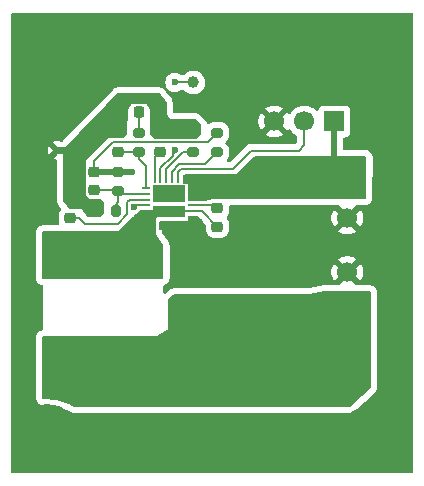
<source format=gbr>
%TF.GenerationSoftware,KiCad,Pcbnew,9.0.5*%
%TF.CreationDate,2025-10-20T16:26:15+05:30*%
%TF.ProjectId,adp2384,61647032-3338-4342-9e6b-696361645f70,A1*%
%TF.SameCoordinates,Original*%
%TF.FileFunction,Copper,L1,Top*%
%TF.FilePolarity,Positive*%
%FSLAX46Y46*%
G04 Gerber Fmt 4.6, Leading zero omitted, Abs format (unit mm)*
G04 Created by KiCad (PCBNEW 9.0.5) date 2025-10-20 16:26:15*
%MOMM*%
%LPD*%
G01*
G04 APERTURE LIST*
G04 Aperture macros list*
%AMRoundRect*
0 Rectangle with rounded corners*
0 $1 Rounding radius*
0 $2 $3 $4 $5 $6 $7 $8 $9 X,Y pos of 4 corners*
0 Add a 4 corners polygon primitive as box body*
4,1,4,$2,$3,$4,$5,$6,$7,$8,$9,$2,$3,0*
0 Add four circle primitives for the rounded corners*
1,1,$1+$1,$2,$3*
1,1,$1+$1,$4,$5*
1,1,$1+$1,$6,$7*
1,1,$1+$1,$8,$9*
0 Add four rect primitives between the rounded corners*
20,1,$1+$1,$2,$3,$4,$5,0*
20,1,$1+$1,$4,$5,$6,$7,0*
20,1,$1+$1,$6,$7,$8,$9,0*
20,1,$1+$1,$8,$9,$2,$3,0*%
%AMFreePoly0*
4,1,5,1.350000,-0.538000,-1.350000,-0.538000,-1.350000,0.412000,1.350000,0.412000,1.350000,-0.538000,1.350000,-0.538000,$1*%
%AMFreePoly1*
4,1,5,1.350000,-0.762000,-1.350000,-0.762000,-1.350000,0.638000,1.350000,0.638000,1.350000,-0.762000,1.350000,-0.762000,$1*%
G04 Aperture macros list end*
%TA.AperFunction,Conductor*%
%ADD10C,0.200000*%
%TD*%
%TA.AperFunction,EtchedComponent*%
%ADD11C,0.000000*%
%TD*%
%TA.AperFunction,ConnectorPad*%
%ADD12C,5.600000*%
%TD*%
%TA.AperFunction,ComponentPad*%
%ADD13C,3.600000*%
%TD*%
%TA.AperFunction,SMDPad,CuDef*%
%ADD14RoundRect,0.250000X-0.650000X0.325000X-0.650000X-0.325000X0.650000X-0.325000X0.650000X0.325000X0*%
%TD*%
%TA.AperFunction,SMDPad,CuDef*%
%ADD15FreePoly0,0.000000*%
%TD*%
%TA.AperFunction,SMDPad,CuDef*%
%ADD16FreePoly1,0.000000*%
%TD*%
%TA.AperFunction,SMDPad,CuDef*%
%ADD17R,0.250000X0.799999*%
%TD*%
%TA.AperFunction,SMDPad,CuDef*%
%ADD18R,0.799999X0.250000*%
%TD*%
%TA.AperFunction,SMDPad,CuDef*%
%ADD19RoundRect,0.225000X-0.250000X0.225000X-0.250000X-0.225000X0.250000X-0.225000X0.250000X0.225000X0*%
%TD*%
%TA.AperFunction,ComponentPad*%
%ADD20C,1.700000*%
%TD*%
%TA.AperFunction,ComponentPad*%
%ADD21R,1.700000X1.700000*%
%TD*%
%TA.AperFunction,SMDPad,CuDef*%
%ADD22RoundRect,0.225000X0.250000X-0.225000X0.250000X0.225000X-0.250000X0.225000X-0.250000X-0.225000X0*%
%TD*%
%TA.AperFunction,SMDPad,CuDef*%
%ADD23RoundRect,0.200000X0.200000X0.275000X-0.200000X0.275000X-0.200000X-0.275000X0.200000X-0.275000X0*%
%TD*%
%TA.AperFunction,SMDPad,CuDef*%
%ADD24C,1.000000*%
%TD*%
%TA.AperFunction,SMDPad,CuDef*%
%ADD25RoundRect,0.250000X0.650000X-0.325000X0.650000X0.325000X-0.650000X0.325000X-0.650000X-0.325000X0*%
%TD*%
%TA.AperFunction,SMDPad,CuDef*%
%ADD26RoundRect,0.200000X0.275000X-0.200000X0.275000X0.200000X-0.275000X0.200000X-0.275000X-0.200000X0*%
%TD*%
%TA.AperFunction,SMDPad,CuDef*%
%ADD27RoundRect,0.200000X-0.275000X0.200000X-0.275000X-0.200000X0.275000X-0.200000X0.275000X0.200000X0*%
%TD*%
%TA.AperFunction,SMDPad,CuDef*%
%ADD28RoundRect,0.225000X-0.225000X-0.250000X0.225000X-0.250000X0.225000X0.250000X-0.225000X0.250000X0*%
%TD*%
%TA.AperFunction,ComponentPad*%
%ADD29C,0.600000*%
%TD*%
%TA.AperFunction,SMDPad,CuDef*%
%ADD30R,3.251200X2.921000*%
%TD*%
%TA.AperFunction,ViaPad*%
%ADD31C,0.600000*%
%TD*%
%TA.AperFunction,Conductor*%
%ADD32C,0.500000*%
%TD*%
G04 APERTURE END LIST*
D10*
%TO.N,/SW*%
X135838463Y-104613303D02*
X135844133Y-105308400D01*
X133597330Y-105308400D01*
X133400800Y-105470744D01*
X133400800Y-106934000D01*
X134035800Y-107746800D01*
X134035800Y-110540800D01*
X123924278Y-110540800D01*
X123933798Y-106680000D01*
X130327400Y-106680000D01*
X131646417Y-105374550D01*
X132233702Y-104851200D01*
X133200841Y-104851200D01*
X133415281Y-104606227D01*
X135838463Y-104613303D01*
%TA.AperFunction,Conductor*%
G36*
X135838463Y-104613303D02*
G01*
X135844133Y-105308400D01*
X133597330Y-105308400D01*
X133400800Y-105470744D01*
X133400800Y-106934000D01*
X134035800Y-107746800D01*
X134035800Y-110540800D01*
X123924278Y-110540800D01*
X123933798Y-106680000D01*
X130327400Y-106680000D01*
X131646417Y-105374550D01*
X132233702Y-104851200D01*
X133200841Y-104851200D01*
X133415281Y-104606227D01*
X135838463Y-104613303D01*
G37*
%TD.AperFunction*%
%TO.N,VCC_3V3*%
X151638000Y-119797139D02*
X149952000Y-121362694D01*
X126584000Y-121359791D01*
X126155031Y-121155944D01*
X125075151Y-120794035D01*
X123952000Y-120706000D01*
X123939300Y-115570000D01*
X133604000Y-115570000D01*
X134619423Y-114910510D01*
X134620187Y-112420279D01*
X135026426Y-112014000D01*
X146557999Y-112014000D01*
X147828000Y-111760000D01*
X151638000Y-111760000D01*
X151638000Y-119797139D01*
%TA.AperFunction,Conductor*%
G36*
X151638000Y-119797139D02*
G01*
X149952000Y-121362694D01*
X126584000Y-121359791D01*
X126155031Y-121155944D01*
X125075151Y-120794035D01*
X123952000Y-120706000D01*
X123939300Y-115570000D01*
X133604000Y-115570000D01*
X134619423Y-114910510D01*
X134620187Y-112420279D01*
X135026426Y-112014000D01*
X146557999Y-112014000D01*
X147828000Y-111760000D01*
X151638000Y-111760000D01*
X151638000Y-119797139D01*
G37*
%TD.AperFunction*%
%TO.N,GND*%
X137414000Y-105714800D02*
X137414000Y-106527600D01*
X134140234Y-106526673D01*
X134010400Y-106375200D01*
X133858000Y-106375200D01*
X133858000Y-105791000D01*
X136271000Y-105791000D01*
X136271000Y-105359200D01*
X136982200Y-105359200D01*
X137414000Y-105714800D01*
%TA.AperFunction,Conductor*%
G36*
X137414000Y-105714800D02*
G01*
X137414000Y-106527600D01*
X134140234Y-106526673D01*
X134010400Y-106375200D01*
X133858000Y-106375200D01*
X133858000Y-105791000D01*
X136271000Y-105791000D01*
X136271000Y-105359200D01*
X136982200Y-105359200D01*
X137414000Y-105714800D01*
G37*
%TD.AperFunction*%
%TO.N,GNDA*%
X134321468Y-95758000D02*
X134334686Y-96746953D01*
X134705657Y-97174992D01*
X136802086Y-97173358D01*
X137236200Y-97572028D01*
X137236200Y-98323400D01*
X136855200Y-98653600D01*
X133375400Y-98653600D01*
X133096000Y-98323400D01*
X133096000Y-96189800D01*
X132719482Y-95732600D01*
X131415769Y-95732600D01*
X131005958Y-96215200D01*
X130992336Y-98330662D01*
X130708400Y-98628200D01*
X129438400Y-98628200D01*
X127482600Y-100584000D01*
X127482600Y-103606600D01*
X127812800Y-103936800D01*
X128752600Y-103936800D01*
X129032000Y-104190800D01*
X129032000Y-105001224D01*
X128727408Y-105291572D01*
X127762000Y-105294186D01*
X127254000Y-104627431D01*
X126218899Y-104633369D01*
X125730000Y-104029436D01*
X125730000Y-99704018D01*
X130276600Y-94996000D01*
X133766664Y-94996000D01*
X134321468Y-95758000D01*
%TA.AperFunction,Conductor*%
G36*
X134321468Y-95758000D02*
G01*
X134334686Y-96746953D01*
X134705657Y-97174992D01*
X136802086Y-97173358D01*
X137236200Y-97572028D01*
X137236200Y-98323400D01*
X136855200Y-98653600D01*
X133375400Y-98653600D01*
X133096000Y-98323400D01*
X133096000Y-96189800D01*
X132719482Y-95732600D01*
X131415769Y-95732600D01*
X131005958Y-96215200D01*
X130992336Y-98330662D01*
X130708400Y-98628200D01*
X129438400Y-98628200D01*
X127482600Y-100584000D01*
X127482600Y-103606600D01*
X127812800Y-103936800D01*
X128752600Y-103936800D01*
X129032000Y-104190800D01*
X129032000Y-105001224D01*
X128727408Y-105291572D01*
X127762000Y-105294186D01*
X127254000Y-104627431D01*
X126218899Y-104633369D01*
X125730000Y-104029436D01*
X125730000Y-99704018D01*
X130276600Y-94996000D01*
X133766664Y-94996000D01*
X134321468Y-95758000D01*
G37*
%TD.AperFunction*%
%TO.N,VIN*%
X151202907Y-103750323D02*
X138307460Y-103787441D01*
X137652893Y-103914441D01*
X136271000Y-103914441D01*
X136271000Y-102598255D01*
X136151972Y-102482041D01*
X135864600Y-102482041D01*
X135864600Y-101875614D01*
X135915767Y-101824802D01*
X140312099Y-101808650D01*
X141859000Y-100330000D01*
X151228347Y-100303628D01*
X151202907Y-103750323D01*
%TA.AperFunction,Conductor*%
G36*
X151202907Y-103750323D02*
G01*
X138307460Y-103787441D01*
X137652893Y-103914441D01*
X136271000Y-103914441D01*
X136271000Y-102598255D01*
X136151972Y-102482041D01*
X135864600Y-102482041D01*
X135864600Y-101875614D01*
X135915767Y-101824802D01*
X140312099Y-101808650D01*
X141859000Y-100330000D01*
X151228347Y-100303628D01*
X151202907Y-103750323D01*
G37*
%TD.AperFunction*%
D11*
%TA.AperFunction,EtchedComponent*%
%TD*%
%TO.C,NT1*%
G36*
X126330000Y-100004018D02*
G01*
X125130000Y-100004018D01*
X125130000Y-99404018D01*
X126330000Y-99404018D01*
X126330000Y-100004018D01*
G37*
%TD.AperFunction*%
D12*
%TO.P,H4,1,1*%
%TO.N,GND*%
X151984000Y-124008000D03*
D13*
X151984000Y-124008000D03*
%TD*%
D14*
%TO.P,C10,2*%
%TO.N,VCC_3V3*%
X136652000Y-113035000D03*
%TO.P,C10,1*%
%TO.N,GND*%
X136652000Y-110085000D03*
%TD*%
D12*
%TO.P,H1,1,1*%
%TO.N,GND*%
X124298000Y-91242000D03*
D13*
X124298000Y-91242000D03*
%TD*%
D15*
%TO.P,U1,26,E_SW*%
%TO.N,/SW*%
X134620000Y-104902000D03*
D16*
%TO.P,U1,25,E_GND*%
%TO.N,GND*%
X134620000Y-103378000D03*
D17*
%TO.P,U1,24,SS*%
%TO.N,/SS*%
X133370000Y-102189999D03*
%TO.P,U1,23,SYNC*%
%TO.N,/SYNC*%
X133869999Y-102189999D03*
%TO.P,U1,22,RT*%
%TO.N,/RT*%
X134370000Y-102189999D03*
%TO.P,U1,21,PGOOD*%
%TO.N,/PG*%
X134870000Y-102189999D03*
%TO.P,U1,20,EN*%
%TO.N,/EN*%
X135370001Y-102189999D03*
%TO.P,U1,19,PVIN*%
%TO.N,VIN*%
X135870000Y-102189999D03*
D18*
%TO.P,U1,18,PVIN*%
X136570001Y-102890000D03*
%TO.P,U1,17,PVIN*%
X136570001Y-103389999D03*
%TO.P,U1,16,PVIN*%
X136570001Y-103890000D03*
%TO.P,U1,15,BST*%
%TO.N,/BST*%
X136570001Y-104390000D03*
%TO.P,U1,14,SW*%
%TO.N,/SW*%
X136570001Y-104890001D03*
%TO.P,U1,13,PGND*%
%TO.N,GND*%
X136570001Y-105390000D03*
D17*
%TO.P,U1,12,PGND*%
X135870000Y-106090001D03*
%TO.P,U1,11,PGND*%
X135370001Y-106090001D03*
%TO.P,U1,10,PGND*%
X134870000Y-106090001D03*
%TO.P,U1,9,PGND*%
X134370000Y-106090001D03*
%TO.P,U1,8,PGND*%
X133869999Y-106090001D03*
%TO.P,U1,7,SW*%
%TO.N,/SW*%
X133370000Y-106090001D03*
D18*
%TO.P,U1,6,SW*%
X132669999Y-105390000D03*
%TO.P,U1,5,SW*%
X132669999Y-104890001D03*
%TO.P,U1,4,GND*%
%TO.N,GNDA*%
X132669999Y-104390000D03*
%TO.P,U1,3,VREG*%
%TO.N,VREG_5V*%
X132669999Y-103890000D03*
%TO.P,U1,2,FB*%
%TO.N,/FB*%
X132669999Y-103389999D03*
%TO.P,U1,1,COMP*%
%TO.N,/COMP*%
X132669999Y-102890000D03*
%TD*%
D19*
%TO.P,C7,2*%
%TO.N,/COMP*%
X130302000Y-99835000D03*
%TO.P,C7,1*%
%TO.N,GNDA*%
X130302000Y-98285000D03*
%TD*%
D20*
%TO.P,J1,2,Pin_2*%
%TO.N,GND*%
X149698000Y-105461000D03*
D21*
%TO.P,J1,1,Pin_1*%
%TO.N,VIN*%
X149698000Y-102921000D03*
%TD*%
D22*
%TO.P,C4,2*%
%TO.N,/BST*%
X138684000Y-104635000D03*
%TO.P,C4,1*%
%TO.N,/SW*%
X138684000Y-106185000D03*
%TD*%
D20*
%TO.P,J3,2,Pin_2*%
%TO.N,GND*%
X149698000Y-110043000D03*
D21*
%TO.P,J3,1,Pin_1*%
%TO.N,VCC_3V3*%
X149698000Y-112583000D03*
%TD*%
D19*
%TO.P,C3,2*%
%TO.N,/SS*%
X133858000Y-99835000D03*
%TO.P,C3,1*%
%TO.N,GNDA*%
X133858000Y-98285000D03*
%TD*%
D23*
%TO.P,R5,2*%
%TO.N,GNDA*%
X128461000Y-104902000D03*
%TO.P,R5,1*%
%TO.N,/FB*%
X130111000Y-104902000D03*
%TD*%
D24*
%TO.P,TP3,1,1*%
%TO.N,/SYNC*%
X136652000Y-93980000D03*
%TD*%
D25*
%TO.P,C1,2*%
%TO.N,VIN*%
X141478000Y-102919000D03*
%TO.P,C1,1*%
%TO.N,GND*%
X141478000Y-105869000D03*
%TD*%
D20*
%TO.P,J2,3,Pin_3*%
%TO.N,GND*%
X143510000Y-97282000D03*
%TO.P,J2,2,Pin_2*%
%TO.N,/EN*%
X146050000Y-97282000D03*
D21*
%TO.P,J2,1,Pin_1*%
%TO.N,VIN*%
X148590000Y-97282000D03*
%TD*%
D26*
%TO.P,R3,2*%
%TO.N,VCC_3V3*%
X138684000Y-98235000D03*
%TO.P,R3,1*%
%TO.N,/PG*%
X138684000Y-99885000D03*
%TD*%
D27*
%TO.P,R4,2*%
%TO.N,/FB*%
X130302000Y-103187000D03*
%TO.P,R4,1*%
%TO.N,VCC_3V3*%
X130302000Y-101537000D03*
%TD*%
D19*
%TO.P,C5,2*%
%TO.N,VREG_5V*%
X126238000Y-105423000D03*
%TO.P,C5,1*%
%TO.N,GNDA*%
X126238000Y-103873000D03*
%TD*%
D26*
%TO.P,R2,2*%
%TO.N,Net-(C6-Pad2)*%
X132080000Y-98235000D03*
%TO.P,R2,1*%
%TO.N,/COMP*%
X132080000Y-99885000D03*
%TD*%
%TO.P,R1,2*%
%TO.N,GNDA*%
X136652000Y-98235000D03*
%TO.P,R1,1*%
%TO.N,/RT*%
X136652000Y-99885000D03*
%TD*%
D12*
%TO.P,H2,1,1*%
%TO.N,GND*%
X151984000Y-91242000D03*
D13*
X151984000Y-91242000D03*
%TD*%
D12*
%TO.P,H3,1,1*%
%TO.N,GND*%
X124298000Y-124008000D03*
D13*
X124298000Y-124008000D03*
%TD*%
D25*
%TO.P,C2,2*%
%TO.N,VIN*%
X145034000Y-102919000D03*
%TO.P,C2,1*%
%TO.N,GND*%
X145034000Y-105869000D03*
%TD*%
D22*
%TO.P,C11,2*%
%TO.N,VCC_3V3*%
X128270000Y-101574000D03*
%TO.P,C11,1*%
%TO.N,/FB*%
X128270000Y-103124000D03*
%TD*%
D28*
%TO.P,C6,2*%
%TO.N,Net-(C6-Pad2)*%
X132067600Y-96520000D03*
%TO.P,C6,1*%
%TO.N,GNDA*%
X130517600Y-96520000D03*
%TD*%
D29*
%TO.P,NT1,1,1*%
%TO.N,GNDA*%
X126330000Y-99704018D03*
%TO.P,NT1,2,2*%
%TO.N,GND*%
X125130000Y-99704018D03*
%TD*%
D14*
%TO.P,C9,2*%
%TO.N,VCC_3V3*%
X140002000Y-113035000D03*
%TO.P,C9,1*%
%TO.N,GND*%
X140002000Y-110085000D03*
%TD*%
D30*
%TO.P,L1,2,2*%
%TO.N,VCC_3V3*%
X129032000Y-117525800D03*
%TO.P,L1,1,1*%
%TO.N,/SW*%
X129032000Y-108966000D03*
%TD*%
D31*
%TO.N,GND*%
X127600000Y-125532000D03*
X122520000Y-97592000D03*
X142840000Y-105212000D03*
X134620000Y-103378000D03*
X122520000Y-100132000D03*
X135347000Y-103053000D03*
X140300000Y-95052000D03*
X153000000Y-100132000D03*
X153000000Y-105212000D03*
X153000000Y-107752000D03*
X142840000Y-89972000D03*
X140300000Y-125532000D03*
X135220000Y-92512000D03*
X147920000Y-92512000D03*
X130140000Y-89972000D03*
X132680000Y-89972000D03*
X145380000Y-122992000D03*
X122520000Y-115372000D03*
X133823000Y-103815000D03*
X135347000Y-103789600D03*
X135220000Y-110292000D03*
X137760000Y-92512000D03*
X153000000Y-110292000D03*
X147920000Y-89972000D03*
X145380000Y-125532000D03*
X153000000Y-97592000D03*
X153000000Y-120452000D03*
X127600000Y-122992000D03*
X122520000Y-117912000D03*
X137760000Y-107752000D03*
X137760000Y-122992000D03*
X145380000Y-89972000D03*
X127600000Y-92512000D03*
X135220000Y-89972000D03*
X127600000Y-95052000D03*
X150460000Y-97592000D03*
X142840000Y-125532000D03*
X137760000Y-89972000D03*
X142840000Y-122992000D03*
X122520000Y-107752000D03*
X132680000Y-92512000D03*
X145380000Y-92512000D03*
X122520000Y-112832000D03*
X140300000Y-122992000D03*
X142840000Y-110292000D03*
X135220000Y-122992000D03*
X125060000Y-95052000D03*
X137760000Y-125532000D03*
X122520000Y-110292000D03*
X140300000Y-97592000D03*
X147920000Y-95052000D03*
X137760000Y-95052000D03*
X150460000Y-95052000D03*
X140300000Y-107752000D03*
X132680000Y-122992000D03*
X153000000Y-115372000D03*
X122520000Y-102672000D03*
X125060000Y-97592000D03*
X127600000Y-89972000D03*
X153000000Y-112832000D03*
X140300000Y-92512000D03*
X137760000Y-110292000D03*
X122520000Y-95052000D03*
X147920000Y-122992000D03*
X150460000Y-107752000D03*
X135220000Y-107752000D03*
X153000000Y-117912000D03*
X147920000Y-125532000D03*
X147920000Y-105212000D03*
X142840000Y-92512000D03*
X153000000Y-102672000D03*
X145380000Y-107752000D03*
X145380000Y-95052000D03*
X147920000Y-110292000D03*
X142840000Y-95052000D03*
X132680000Y-125532000D03*
X122520000Y-105212000D03*
X135220000Y-125532000D03*
X122520000Y-120452000D03*
X130140000Y-125532000D03*
X130140000Y-92512000D03*
X140300000Y-89972000D03*
X130140000Y-122992000D03*
X153000000Y-95052000D03*
X147920000Y-107752000D03*
X133823000Y-103053000D03*
%TO.N,VCC_3V3*%
X131495800Y-101549200D03*
X144618000Y-112882800D03*
%TO.N,/SYNC*%
X135077200Y-99695000D03*
X135077200Y-93980000D03*
%TO.N,GNDA*%
X131664000Y-104555213D03*
X126746000Y-102336600D03*
%TD*%
D10*
%TO.N,GND*%
X154178000Y-122428000D02*
X153670000Y-121920000D01*
D32*
%TO.N,VIN*%
X148590000Y-97282000D02*
X148590000Y-101351000D01*
X148590000Y-101351000D02*
X150114000Y-102875000D01*
D10*
%TO.N,VREG_5V*%
X131064000Y-104140000D02*
X131064000Y-105138064D01*
X127013000Y-105423000D02*
X126238000Y-105423000D01*
X127521000Y-105931000D02*
X127013000Y-105423000D01*
X130271064Y-105931000D02*
X127521000Y-105931000D01*
X131314000Y-103890000D02*
X131064000Y-104140000D01*
X131064000Y-105138064D02*
X130271064Y-105931000D01*
X132669999Y-103890000D02*
X131314000Y-103890000D01*
%TO.N,Net-(C6-Pad2)*%
X132067600Y-96520000D02*
X132067600Y-98222600D01*
%TO.N,VCC_3V3*%
X137859000Y-99060000D02*
X138684000Y-98235000D01*
D32*
X131483600Y-101537000D02*
X131495800Y-101549200D01*
X130302000Y-101537000D02*
X128307000Y-101537000D01*
X130302000Y-101537000D02*
X131483600Y-101537000D01*
D10*
X128270000Y-101574000D02*
X128270000Y-100641890D01*
X128270000Y-100641890D02*
X129851890Y-99060000D01*
X129851890Y-99060000D02*
X137859000Y-99060000D01*
%TO.N,/SS*%
X133370000Y-100323000D02*
X133370000Y-102189999D01*
X133858000Y-99835000D02*
X133370000Y-100323000D01*
%TO.N,/BST*%
X136570001Y-104390000D02*
X138439000Y-104390000D01*
%TO.N,/SW*%
X136570001Y-104890001D02*
X134758999Y-104890001D01*
X137389001Y-104890001D02*
X138684000Y-106185000D01*
X136570001Y-104890001D02*
X137389001Y-104890001D01*
%TO.N,/COMP*%
X132080000Y-100482400D02*
X132669999Y-101072399D01*
X130302000Y-99835000D02*
X132030000Y-99835000D01*
X132669999Y-101072399D02*
X132669999Y-102890000D01*
X132080000Y-99885000D02*
X132080000Y-100482400D01*
%TO.N,/RT*%
X136652000Y-99885000D02*
X135782110Y-99885000D01*
X135782110Y-99885000D02*
X134370000Y-101297110D01*
X134370000Y-101297110D02*
X134370000Y-102189999D01*
%TO.N,/PG*%
X135470471Y-100922430D02*
X134870000Y-101522901D01*
X137646570Y-100922430D02*
X135470471Y-100922430D01*
X134870000Y-101522901D02*
X134870000Y-102189999D01*
X138684000Y-99885000D02*
X137646570Y-100922430D01*
%TO.N,/FB*%
X128270000Y-103124000D02*
X130239000Y-103124000D01*
X130302000Y-104140000D02*
X130302000Y-103187000D01*
X132669999Y-103389999D02*
X130504999Y-103389999D01*
X130111000Y-104331000D02*
X130302000Y-104140000D01*
X130111000Y-104902000D02*
X130111000Y-104331000D01*
%TO.N,/SYNC*%
X133858000Y-102108000D02*
X133858000Y-101242010D01*
X134899400Y-100200610D02*
X134899400Y-99999800D01*
X135077200Y-99822000D02*
X135077200Y-99695000D01*
X134899400Y-99999800D02*
X135077200Y-99822000D01*
X135077200Y-93980000D02*
X136652000Y-93980000D01*
X133858000Y-101242010D02*
X134899400Y-100200610D01*
%TO.N,/EN*%
X141579600Y-99771200D02*
X145567400Y-99771200D01*
X135370001Y-101590000D02*
X135636571Y-101323430D01*
X140027370Y-101323430D02*
X141579600Y-99771200D01*
X146050000Y-99288600D02*
X146050000Y-97282000D01*
X135636571Y-101323430D02*
X140027370Y-101323430D01*
X145567400Y-99771200D02*
X146050000Y-99288600D01*
X135370001Y-102189999D02*
X135370001Y-101590000D01*
%TO.N,GNDA*%
X131804600Y-104390000D02*
X132669999Y-104390000D01*
X131664000Y-104555213D02*
X131704600Y-104514613D01*
X131704600Y-104514613D02*
X131704600Y-104490000D01*
X131704600Y-104490000D02*
X131804600Y-104390000D01*
%TD*%
%TA.AperFunction,Conductor*%
%TO.N,GND*%
G36*
X134137513Y-103084088D02*
G01*
X134137517Y-103084090D01*
X134197127Y-103090499D01*
X134542872Y-103090498D01*
X134602483Y-103084090D01*
X134602486Y-103084088D01*
X134606744Y-103083631D01*
X134633254Y-103083631D01*
X134637514Y-103084088D01*
X134637517Y-103084090D01*
X134697127Y-103090499D01*
X135042872Y-103090498D01*
X135042876Y-103090497D01*
X135042885Y-103090497D01*
X135059071Y-103088756D01*
X135102483Y-103084090D01*
X135102487Y-103084088D01*
X135106742Y-103083631D01*
X135133256Y-103083631D01*
X135137514Y-103084088D01*
X135137518Y-103084090D01*
X135197128Y-103090499D01*
X135541500Y-103090498D01*
X135608539Y-103110182D01*
X135654294Y-103162986D01*
X135665500Y-103214498D01*
X135665500Y-103860500D01*
X135645815Y-103927539D01*
X135593011Y-103973294D01*
X135541500Y-103984500D01*
X133694499Y-103984500D01*
X133687875Y-103982555D01*
X133681078Y-103983772D01*
X133654777Y-103972836D01*
X133627460Y-103964815D01*
X133622939Y-103959598D01*
X133616563Y-103956947D01*
X133600349Y-103933527D01*
X133581705Y-103912011D01*
X133579771Y-103903804D01*
X133576792Y-103899501D01*
X133572520Y-103873029D01*
X133570572Y-103864759D01*
X133570498Y-103862621D01*
X133570498Y-103717128D01*
X133564090Y-103657517D01*
X133563384Y-103655626D01*
X133562994Y-103644255D01*
X133563631Y-103641771D01*
X133563632Y-103626740D01*
X133570498Y-103562879D01*
X133570499Y-103562872D01*
X133570498Y-103217127D01*
X133570498Y-103214498D01*
X133590182Y-103147459D01*
X133642986Y-103101704D01*
X133694498Y-103090498D01*
X133697117Y-103090498D01*
X133697126Y-103090499D01*
X134042871Y-103090498D01*
X134042874Y-103090497D01*
X134042884Y-103090497D01*
X134059070Y-103088756D01*
X134102482Y-103084090D01*
X134102486Y-103084088D01*
X134106741Y-103083631D01*
X134133255Y-103083631D01*
X134137513Y-103084088D01*
G37*
%TD.AperFunction*%
%TA.AperFunction,Conductor*%
G36*
X155184539Y-88084185D02*
G01*
X155230294Y-88136989D01*
X155241500Y-88188500D01*
X155241500Y-126939500D01*
X155221815Y-127006539D01*
X155169011Y-127052294D01*
X155117500Y-127063500D01*
X121366500Y-127063500D01*
X121299461Y-127043815D01*
X121253706Y-126991011D01*
X121242500Y-126939500D01*
X121242500Y-110540791D01*
X123318778Y-110540791D01*
X123318778Y-110540804D01*
X123339409Y-110697513D01*
X123339410Y-110697515D01*
X123399898Y-110843547D01*
X123399899Y-110843549D01*
X123399900Y-110843550D01*
X123496125Y-110968953D01*
X123621528Y-111065178D01*
X123621529Y-111065178D01*
X123621530Y-111065179D01*
X123642915Y-111074037D01*
X123767563Y-111125668D01*
X123831486Y-111134083D01*
X123895381Y-111162349D01*
X123933853Y-111220673D01*
X123939300Y-111257022D01*
X123939300Y-114855826D01*
X123919615Y-114922865D01*
X123866811Y-114968620D01*
X123831790Y-114978725D01*
X123781137Y-114985521D01*
X123781136Y-114985521D01*
X123635259Y-115046369D01*
X123635253Y-115046372D01*
X123510088Y-115142907D01*
X123510087Y-115142908D01*
X123414175Y-115268547D01*
X123414175Y-115268548D01*
X123354046Y-115414731D01*
X123333802Y-115571495D01*
X123346502Y-120707498D01*
X123346502Y-120707502D01*
X123356673Y-120816531D01*
X123405567Y-120966848D01*
X123491699Y-121099387D01*
X123609198Y-121205116D01*
X123609200Y-121205117D01*
X123750061Y-121276834D01*
X123904685Y-121309649D01*
X123904684Y-121309649D01*
X124107604Y-121325554D01*
X124938245Y-121390661D01*
X124967954Y-121396708D01*
X125920988Y-121716106D01*
X125934792Y-121721675D01*
X126324116Y-121906683D01*
X126427212Y-121944640D01*
X126559342Y-121962051D01*
X126583916Y-121965290D01*
X126583917Y-121965290D01*
X126583925Y-121965291D01*
X149951925Y-121968194D01*
X150086958Y-121952962D01*
X150235132Y-121897920D01*
X150364011Y-121806403D01*
X152050011Y-120240848D01*
X152066153Y-120225292D01*
X152162378Y-120099889D01*
X152222868Y-119953854D01*
X152243500Y-119797139D01*
X152243500Y-111760000D01*
X152222868Y-111603285D01*
X152162378Y-111457250D01*
X152066153Y-111331847D01*
X151940750Y-111235622D01*
X151940749Y-111235621D01*
X151940747Y-111235620D01*
X151846344Y-111196517D01*
X151794715Y-111175132D01*
X151775125Y-111172553D01*
X151638007Y-111154500D01*
X151638000Y-111154500D01*
X150507308Y-111154500D01*
X150440269Y-111134815D01*
X150419627Y-111118181D01*
X149827408Y-110525962D01*
X149890993Y-110508925D01*
X150005007Y-110443099D01*
X150098099Y-110350007D01*
X150163925Y-110235993D01*
X150180962Y-110172409D01*
X150813270Y-110804717D01*
X150813270Y-110804716D01*
X150852622Y-110750554D01*
X150949095Y-110561217D01*
X151014757Y-110359130D01*
X151014757Y-110359127D01*
X151048000Y-110149246D01*
X151048000Y-109936753D01*
X151014757Y-109726872D01*
X151014757Y-109726869D01*
X150949095Y-109524782D01*
X150852624Y-109335449D01*
X150813270Y-109281282D01*
X150813269Y-109281282D01*
X150180962Y-109913590D01*
X150163925Y-109850007D01*
X150098099Y-109735993D01*
X150005007Y-109642901D01*
X149890993Y-109577075D01*
X149827409Y-109560037D01*
X150459716Y-108927728D01*
X150405550Y-108888375D01*
X150216217Y-108791904D01*
X150014129Y-108726242D01*
X149804246Y-108693000D01*
X149591754Y-108693000D01*
X149381872Y-108726242D01*
X149381869Y-108726242D01*
X149179782Y-108791904D01*
X148990439Y-108888380D01*
X148936282Y-108927727D01*
X148936282Y-108927728D01*
X149568591Y-109560037D01*
X149505007Y-109577075D01*
X149390993Y-109642901D01*
X149297901Y-109735993D01*
X149232075Y-109850007D01*
X149215037Y-109913591D01*
X148582728Y-109281282D01*
X148582727Y-109281282D01*
X148543380Y-109335439D01*
X148446904Y-109524782D01*
X148381242Y-109726869D01*
X148381242Y-109726872D01*
X148348000Y-109936753D01*
X148348000Y-110149246D01*
X148381242Y-110359127D01*
X148381242Y-110359130D01*
X148446904Y-110561217D01*
X148543375Y-110750550D01*
X148582728Y-110804716D01*
X149215037Y-110172408D01*
X149232075Y-110235993D01*
X149297901Y-110350007D01*
X149390993Y-110443099D01*
X149505007Y-110508925D01*
X149568591Y-110525962D01*
X148976373Y-111118181D01*
X148915050Y-111151666D01*
X148888692Y-111154500D01*
X147828000Y-111154500D01*
X147743180Y-111162898D01*
X147709250Y-111166258D01*
X147709249Y-111166258D01*
X146510081Y-111406092D01*
X146485763Y-111408500D01*
X135026385Y-111408500D01*
X134869684Y-111429139D01*
X134869683Y-111429139D01*
X134723649Y-111489637D01*
X134723646Y-111489639D01*
X134598260Y-111585860D01*
X134598253Y-111585866D01*
X134336385Y-111847760D01*
X134275064Y-111881248D01*
X134205372Y-111876267D01*
X134149436Y-111834398D01*
X134125016Y-111768935D01*
X134124700Y-111760083D01*
X134124700Y-111236611D01*
X134144385Y-111169572D01*
X134197189Y-111123817D01*
X134201217Y-111122063D01*
X134338545Y-111065180D01*
X134338546Y-111065180D01*
X134338546Y-111065179D01*
X134338550Y-111065178D01*
X134463953Y-110968953D01*
X134560178Y-110843550D01*
X134620668Y-110697515D01*
X134641300Y-110540800D01*
X134641300Y-107746800D01*
X134635409Y-107662544D01*
X134593171Y-107510225D01*
X134512949Y-107374028D01*
X134073084Y-106811000D01*
X134032585Y-106759161D01*
X134006824Y-106694213D01*
X134006300Y-106682821D01*
X134006300Y-106069500D01*
X134025985Y-106002461D01*
X134078789Y-105956706D01*
X134130300Y-105945500D01*
X135970000Y-105945500D01*
X136041940Y-105940355D01*
X136179992Y-105899819D01*
X136301032Y-105822031D01*
X136395254Y-105713294D01*
X136433280Y-105630026D01*
X136452480Y-105587988D01*
X136498235Y-105535184D01*
X136565274Y-105515500D01*
X137017872Y-105515500D01*
X137017873Y-105515500D01*
X137077484Y-105509092D01*
X137077483Y-105509092D01*
X137085197Y-105508263D01*
X137085377Y-105509945D01*
X137145767Y-105513179D01*
X137192202Y-105542437D01*
X137672181Y-106022416D01*
X137705666Y-106083739D01*
X137708500Y-106110097D01*
X137708500Y-106458337D01*
X137708501Y-106458355D01*
X137718650Y-106557707D01*
X137718651Y-106557710D01*
X137771996Y-106718694D01*
X137772001Y-106718705D01*
X137861029Y-106863040D01*
X137861032Y-106863044D01*
X137980955Y-106982967D01*
X137980959Y-106982970D01*
X138125294Y-107071998D01*
X138125297Y-107071999D01*
X138125303Y-107072003D01*
X138286292Y-107125349D01*
X138385655Y-107135500D01*
X138982344Y-107135499D01*
X138982352Y-107135498D01*
X138982355Y-107135498D01*
X139036760Y-107129940D01*
X139081708Y-107125349D01*
X139242697Y-107072003D01*
X139387044Y-106982968D01*
X139506968Y-106863044D01*
X139596003Y-106718697D01*
X139649349Y-106557708D01*
X139659500Y-106458345D01*
X139659499Y-105911656D01*
X139649349Y-105812292D01*
X139596003Y-105651303D01*
X139595999Y-105651297D01*
X139595998Y-105651294D01*
X139506970Y-105506959D01*
X139506967Y-105506955D01*
X139497693Y-105497681D01*
X139464208Y-105436358D01*
X139469192Y-105366666D01*
X139485758Y-105336158D01*
X139491212Y-105328799D01*
X139506968Y-105313044D01*
X139534748Y-105268007D01*
X139595998Y-105168705D01*
X139595997Y-105168705D01*
X139596003Y-105168697D01*
X139649349Y-105007708D01*
X139659500Y-104908345D01*
X139659499Y-104512693D01*
X139679183Y-104445655D01*
X139731987Y-104399900D01*
X139783141Y-104388695D01*
X148901286Y-104362449D01*
X148968379Y-104381940D01*
X148989321Y-104398767D01*
X149568591Y-104978037D01*
X149505007Y-104995075D01*
X149390993Y-105060901D01*
X149297901Y-105153993D01*
X149232075Y-105268007D01*
X149215037Y-105331591D01*
X148582728Y-104699282D01*
X148582727Y-104699282D01*
X148543380Y-104753439D01*
X148446904Y-104942782D01*
X148381242Y-105144869D01*
X148381242Y-105144872D01*
X148348000Y-105354753D01*
X148348000Y-105567246D01*
X148381242Y-105777127D01*
X148381242Y-105777130D01*
X148446904Y-105979217D01*
X148543375Y-106168550D01*
X148582728Y-106222716D01*
X149215037Y-105590408D01*
X149232075Y-105653993D01*
X149297901Y-105768007D01*
X149390993Y-105861099D01*
X149505007Y-105926925D01*
X149568590Y-105943962D01*
X148936282Y-106576269D01*
X148936282Y-106576270D01*
X148990449Y-106615624D01*
X149179782Y-106712095D01*
X149381870Y-106777757D01*
X149591754Y-106811000D01*
X149804246Y-106811000D01*
X150014127Y-106777757D01*
X150014130Y-106777757D01*
X150216217Y-106712095D01*
X150405554Y-106615622D01*
X150459716Y-106576270D01*
X150459717Y-106576270D01*
X149827408Y-105943962D01*
X149890993Y-105926925D01*
X150005007Y-105861099D01*
X150098099Y-105768007D01*
X150163925Y-105653993D01*
X150180962Y-105590409D01*
X150813270Y-106222717D01*
X150813270Y-106222716D01*
X150852622Y-106168554D01*
X150949095Y-105979217D01*
X151014757Y-105777130D01*
X151014757Y-105777127D01*
X151048000Y-105567246D01*
X151048000Y-105354753D01*
X151014757Y-105144872D01*
X151014757Y-105144869D01*
X150949095Y-104942782D01*
X150852624Y-104753449D01*
X150813270Y-104699282D01*
X150813269Y-104699282D01*
X150180962Y-105331590D01*
X150163925Y-105268007D01*
X150098099Y-105153993D01*
X150005007Y-105060901D01*
X149890993Y-104995075D01*
X149827409Y-104978037D01*
X150411275Y-104394169D01*
X150472598Y-104360684D01*
X150498587Y-104357852D01*
X151204650Y-104355820D01*
X151204664Y-104355818D01*
X151204666Y-104355818D01*
X151257428Y-104348992D01*
X151355301Y-104336332D01*
X151501778Y-104276922D01*
X151627888Y-104181625D01*
X151725037Y-104056935D01*
X151786602Y-103911350D01*
X151808391Y-103754792D01*
X151833831Y-100308097D01*
X151833845Y-100301924D01*
X151812772Y-100145267D01*
X151751871Y-99999403D01*
X151751870Y-99999401D01*
X151655292Y-99874270D01*
X151655287Y-99874265D01*
X151529624Y-99778402D01*
X151529614Y-99778397D01*
X151383420Y-99718322D01*
X151383415Y-99718321D01*
X151383413Y-99718320D01*
X151383409Y-99718320D01*
X151226645Y-99698130D01*
X151226643Y-99698130D01*
X151065651Y-99698583D01*
X149464849Y-99703088D01*
X149397754Y-99683592D01*
X149351851Y-99630917D01*
X149340500Y-99579088D01*
X149340500Y-98756499D01*
X149360185Y-98689460D01*
X149412989Y-98643705D01*
X149464500Y-98632499D01*
X149487871Y-98632499D01*
X149487872Y-98632499D01*
X149547483Y-98626091D01*
X149682331Y-98575796D01*
X149797546Y-98489546D01*
X149883796Y-98374331D01*
X149934091Y-98239483D01*
X149940500Y-98179873D01*
X149940499Y-96384128D01*
X149934091Y-96324517D01*
X149932810Y-96321083D01*
X149883797Y-96189671D01*
X149883793Y-96189664D01*
X149797547Y-96074455D01*
X149797544Y-96074452D01*
X149682335Y-95988206D01*
X149682328Y-95988202D01*
X149547482Y-95937908D01*
X149547483Y-95937908D01*
X149487883Y-95931501D01*
X149487881Y-95931500D01*
X149487873Y-95931500D01*
X149487864Y-95931500D01*
X147692129Y-95931500D01*
X147692123Y-95931501D01*
X147632516Y-95937908D01*
X147497671Y-95988202D01*
X147497664Y-95988206D01*
X147382455Y-96074452D01*
X147382452Y-96074455D01*
X147296206Y-96189664D01*
X147296203Y-96189669D01*
X147247189Y-96321083D01*
X147205317Y-96377016D01*
X147139853Y-96401433D01*
X147071580Y-96386581D01*
X147043326Y-96365430D01*
X146929786Y-96251890D01*
X146757820Y-96126951D01*
X146568414Y-96030444D01*
X146568413Y-96030443D01*
X146568412Y-96030443D01*
X146366243Y-95964754D01*
X146366241Y-95964753D01*
X146366240Y-95964753D01*
X146204957Y-95939208D01*
X146156287Y-95931500D01*
X145943713Y-95931500D01*
X145895042Y-95939208D01*
X145733760Y-95964753D01*
X145531585Y-96030444D01*
X145342179Y-96126951D01*
X145170213Y-96251890D01*
X145019890Y-96402213D01*
X144894949Y-96574182D01*
X144890202Y-96583499D01*
X144842227Y-96634293D01*
X144774405Y-96651087D01*
X144708271Y-96628548D01*
X144669234Y-96583495D01*
X144664626Y-96574452D01*
X144625270Y-96520282D01*
X144625269Y-96520282D01*
X143992962Y-97152590D01*
X143975925Y-97089007D01*
X143910099Y-96974993D01*
X143817007Y-96881901D01*
X143702993Y-96816075D01*
X143639409Y-96799037D01*
X144271716Y-96166728D01*
X144217550Y-96127375D01*
X144028217Y-96030904D01*
X143826129Y-95965242D01*
X143616246Y-95932000D01*
X143403754Y-95932000D01*
X143193872Y-95965242D01*
X143193869Y-95965242D01*
X142991782Y-96030904D01*
X142802439Y-96127380D01*
X142748282Y-96166727D01*
X142748282Y-96166728D01*
X143380591Y-96799037D01*
X143317007Y-96816075D01*
X143202993Y-96881901D01*
X143109901Y-96974993D01*
X143044075Y-97089007D01*
X143027037Y-97152591D01*
X142394728Y-96520282D01*
X142394727Y-96520282D01*
X142355380Y-96574439D01*
X142258904Y-96763782D01*
X142193242Y-96965869D01*
X142193242Y-96965872D01*
X142160000Y-97175753D01*
X142160000Y-97388246D01*
X142193242Y-97598127D01*
X142193242Y-97598130D01*
X142258904Y-97800217D01*
X142355375Y-97989550D01*
X142394728Y-98043716D01*
X143027037Y-97411408D01*
X143044075Y-97474993D01*
X143109901Y-97589007D01*
X143202993Y-97682099D01*
X143317007Y-97747925D01*
X143380590Y-97764962D01*
X142748282Y-98397269D01*
X142748282Y-98397270D01*
X142802449Y-98436624D01*
X142991782Y-98533095D01*
X143193870Y-98598757D01*
X143403754Y-98632000D01*
X143616246Y-98632000D01*
X143826127Y-98598757D01*
X143826130Y-98598757D01*
X144028217Y-98533095D01*
X144217554Y-98436622D01*
X144271716Y-98397270D01*
X144271717Y-98397270D01*
X143639408Y-97764962D01*
X143702993Y-97747925D01*
X143817007Y-97682099D01*
X143910099Y-97589007D01*
X143975925Y-97474993D01*
X143992962Y-97411409D01*
X144625270Y-98043717D01*
X144625270Y-98043716D01*
X144664622Y-97989555D01*
X144669232Y-97980507D01*
X144717205Y-97929709D01*
X144785025Y-97912912D01*
X144851161Y-97935447D01*
X144890204Y-97980504D01*
X144894949Y-97989817D01*
X145019890Y-98161786D01*
X145170213Y-98312109D01*
X145342184Y-98437051D01*
X145342184Y-98437052D01*
X145381793Y-98457233D01*
X145432590Y-98505206D01*
X145449500Y-98567718D01*
X145449500Y-98988503D01*
X145440855Y-99017943D01*
X145434332Y-99047930D01*
X145430577Y-99052945D01*
X145429815Y-99055542D01*
X145413181Y-99076184D01*
X145354984Y-99134381D01*
X145293661Y-99167866D01*
X145267303Y-99170700D01*
X141666270Y-99170700D01*
X141666254Y-99170699D01*
X141658658Y-99170699D01*
X141500543Y-99170699D01*
X141424179Y-99191161D01*
X141347814Y-99211623D01*
X141347809Y-99211626D01*
X141210890Y-99290675D01*
X141210882Y-99290681D01*
X139814954Y-100686611D01*
X139788026Y-100701314D01*
X139762208Y-100717907D01*
X139756007Y-100718798D01*
X139753631Y-100720096D01*
X139727273Y-100722930D01*
X139610303Y-100722930D01*
X139543264Y-100703245D01*
X139497509Y-100650441D01*
X139487565Y-100581283D01*
X139510851Y-100526761D01*
X139510591Y-100526604D01*
X139511708Y-100524754D01*
X139512689Y-100522460D01*
X139514464Y-100520192D01*
X139514472Y-100520185D01*
X139602478Y-100374606D01*
X139653086Y-100212196D01*
X139659500Y-100141616D01*
X139659500Y-99628384D01*
X139653086Y-99557804D01*
X139602478Y-99395394D01*
X139514472Y-99249815D01*
X139514470Y-99249813D01*
X139514469Y-99249811D01*
X139412339Y-99147681D01*
X139378854Y-99086358D01*
X139383838Y-99016666D01*
X139412339Y-98972319D01*
X139514468Y-98870189D01*
X139514469Y-98870188D01*
X139514472Y-98870185D01*
X139602478Y-98724606D01*
X139653086Y-98562196D01*
X139659500Y-98491616D01*
X139659500Y-97978384D01*
X139653086Y-97907804D01*
X139602478Y-97745394D01*
X139514472Y-97599815D01*
X139514470Y-97599813D01*
X139514469Y-97599811D01*
X139394188Y-97479530D01*
X139392014Y-97478216D01*
X139248606Y-97391522D01*
X139086196Y-97340914D01*
X139086194Y-97340913D01*
X139086192Y-97340913D01*
X139036778Y-97336423D01*
X139015616Y-97334500D01*
X138352384Y-97334500D01*
X138333145Y-97336248D01*
X138281807Y-97340913D01*
X138119393Y-97391522D01*
X137998009Y-97464902D01*
X137983170Y-97468819D01*
X137970372Y-97477287D01*
X137950077Y-97477556D01*
X137930454Y-97482738D01*
X137915854Y-97478011D01*
X137900509Y-97478216D01*
X137883290Y-97467470D01*
X137863980Y-97461220D01*
X137853371Y-97448800D01*
X137841234Y-97441226D01*
X137830042Y-97421488D01*
X137821759Y-97411791D01*
X137815136Y-97397785D01*
X137813875Y-97390585D01*
X137747230Y-97247254D01*
X137645760Y-97126056D01*
X137645756Y-97126052D01*
X137211648Y-96727387D01*
X137107621Y-96651087D01*
X137104427Y-96648744D01*
X137087611Y-96641794D01*
X136958345Y-96588368D01*
X136801614Y-96567858D01*
X136801610Y-96567858D01*
X135060314Y-96569214D01*
X135052379Y-96566891D01*
X135044212Y-96568177D01*
X135019341Y-96557218D01*
X134993259Y-96549582D01*
X134987839Y-96543337D01*
X134980274Y-96540004D01*
X134965274Y-96517336D01*
X134947463Y-96496813D01*
X134945283Y-96487126D01*
X134941717Y-96481736D01*
X134936228Y-96446875D01*
X134926914Y-95749908D01*
X134923587Y-95694099D01*
X134886531Y-95540436D01*
X134886529Y-95540432D01*
X134810968Y-95401600D01*
X134341740Y-94757136D01*
X134256164Y-94639601D01*
X134222465Y-94600185D01*
X134194821Y-94567851D01*
X134194819Y-94567849D01*
X134194817Y-94567847D01*
X134069414Y-94471622D01*
X134069410Y-94471620D01*
X134003246Y-94444214D01*
X133923379Y-94411132D01*
X133903789Y-94408553D01*
X133766671Y-94390500D01*
X133766664Y-94390500D01*
X130276600Y-94390500D01*
X130276561Y-94390500D01*
X130266045Y-94390591D01*
X130109709Y-94413953D01*
X129964748Y-94476982D01*
X129841050Y-94575374D01*
X129841041Y-94575382D01*
X125613266Y-98953255D01*
X125552536Y-98987804D01*
X125482768Y-98984036D01*
X125476616Y-98981677D01*
X125363351Y-98934761D01*
X125363343Y-98934759D01*
X125208797Y-98904018D01*
X125051202Y-98904018D01*
X124896656Y-98934759D01*
X124896648Y-98934761D01*
X124767705Y-98988171D01*
X125139765Y-99360230D01*
X125173250Y-99421553D01*
X125168266Y-99491244D01*
X125166646Y-99495362D01*
X125145132Y-99547302D01*
X125145132Y-99547303D01*
X125144248Y-99554018D01*
X125100163Y-99554018D01*
X125045032Y-99576854D01*
X125002836Y-99619050D01*
X124980000Y-99674181D01*
X124980000Y-99733855D01*
X125002836Y-99788986D01*
X125045032Y-99831182D01*
X125100163Y-99854018D01*
X125124500Y-99854018D01*
X125124500Y-100011708D01*
X125104815Y-100078747D01*
X125088181Y-100099389D01*
X124767705Y-100419863D01*
X124896652Y-100473275D01*
X124896656Y-100473276D01*
X125024691Y-100498744D01*
X125086602Y-100531128D01*
X125121176Y-100591844D01*
X125124500Y-100620361D01*
X125124500Y-104029440D01*
X125131939Y-104124056D01*
X125131941Y-104124071D01*
X125176809Y-104275628D01*
X125177602Y-104276922D01*
X125259379Y-104410416D01*
X125287906Y-104445655D01*
X125409533Y-104595900D01*
X125436415Y-104660392D01*
X125424162Y-104729179D01*
X125418694Y-104739018D01*
X125325998Y-104889300D01*
X125325996Y-104889305D01*
X125272651Y-105050290D01*
X125262500Y-105149647D01*
X125262500Y-105696337D01*
X125262501Y-105696355D01*
X125272650Y-105795707D01*
X125272651Y-105795710D01*
X125311019Y-105911496D01*
X125313421Y-105981325D01*
X125277689Y-106041366D01*
X125215169Y-106072559D01*
X125193313Y-106074500D01*
X123933791Y-106074500D01*
X123778526Y-106094747D01*
X123632344Y-106154876D01*
X123632343Y-106154876D01*
X123506703Y-106250790D01*
X123506702Y-106250791D01*
X123410168Y-106375956D01*
X123349318Y-106521843D01*
X123328299Y-106678506D01*
X123321237Y-109543000D01*
X123319842Y-110108826D01*
X123318780Y-110539377D01*
X123318778Y-110540791D01*
X121242500Y-110540791D01*
X121242500Y-99625220D01*
X124330000Y-99625220D01*
X124330000Y-99782815D01*
X124360741Y-99937361D01*
X124360743Y-99937369D01*
X124414153Y-100066311D01*
X124776446Y-99704019D01*
X124776446Y-99704017D01*
X124414153Y-99341723D01*
X124360743Y-99470666D01*
X124360741Y-99470674D01*
X124330000Y-99625220D01*
X121242500Y-99625220D01*
X121242500Y-93901153D01*
X134276700Y-93901153D01*
X134276700Y-94058846D01*
X134307461Y-94213489D01*
X134307464Y-94213501D01*
X134367802Y-94359172D01*
X134367809Y-94359185D01*
X134455410Y-94490288D01*
X134455413Y-94490292D01*
X134566907Y-94601786D01*
X134566911Y-94601789D01*
X134698014Y-94689390D01*
X134698027Y-94689397D01*
X134843698Y-94749735D01*
X134843703Y-94749737D01*
X134998353Y-94780499D01*
X134998356Y-94780500D01*
X134998358Y-94780500D01*
X135156044Y-94780500D01*
X135156045Y-94780499D01*
X135310697Y-94749737D01*
X135456379Y-94689394D01*
X135456385Y-94689390D01*
X135588075Y-94601398D01*
X135606121Y-94595747D01*
X135622031Y-94585523D01*
X135652992Y-94581071D01*
X135654753Y-94580520D01*
X135656966Y-94580500D01*
X135786216Y-94580500D01*
X135853255Y-94600185D01*
X135873897Y-94616819D01*
X136014214Y-94757136D01*
X136014218Y-94757139D01*
X136178079Y-94866628D01*
X136178092Y-94866635D01*
X136360160Y-94942049D01*
X136360165Y-94942051D01*
X136360169Y-94942051D01*
X136360170Y-94942052D01*
X136553456Y-94980500D01*
X136553459Y-94980500D01*
X136750543Y-94980500D01*
X136880582Y-94954632D01*
X136943835Y-94942051D01*
X137125914Y-94866632D01*
X137289782Y-94757139D01*
X137429139Y-94617782D01*
X137538632Y-94453914D01*
X137614051Y-94271835D01*
X137652500Y-94078541D01*
X137652500Y-93881459D01*
X137652500Y-93881456D01*
X137614052Y-93688170D01*
X137614051Y-93688169D01*
X137614051Y-93688165D01*
X137577872Y-93600821D01*
X137538635Y-93506092D01*
X137538628Y-93506079D01*
X137429139Y-93342218D01*
X137429136Y-93342214D01*
X137289785Y-93202863D01*
X137289781Y-93202860D01*
X137125920Y-93093371D01*
X137125907Y-93093364D01*
X136943839Y-93017950D01*
X136943829Y-93017947D01*
X136750543Y-92979500D01*
X136750541Y-92979500D01*
X136553459Y-92979500D01*
X136553457Y-92979500D01*
X136360170Y-93017947D01*
X136360160Y-93017950D01*
X136178092Y-93093364D01*
X136178079Y-93093371D01*
X136014218Y-93202860D01*
X136014214Y-93202863D01*
X135873897Y-93343181D01*
X135846969Y-93357884D01*
X135821151Y-93374477D01*
X135814950Y-93375368D01*
X135812574Y-93376666D01*
X135786216Y-93379500D01*
X135656966Y-93379500D01*
X135589927Y-93359815D01*
X135588075Y-93358602D01*
X135456385Y-93270609D01*
X135456372Y-93270602D01*
X135310701Y-93210264D01*
X135310689Y-93210261D01*
X135156045Y-93179500D01*
X135156042Y-93179500D01*
X134998358Y-93179500D01*
X134998355Y-93179500D01*
X134843710Y-93210261D01*
X134843698Y-93210264D01*
X134698027Y-93270602D01*
X134698014Y-93270609D01*
X134566911Y-93358210D01*
X134566907Y-93358213D01*
X134455413Y-93469707D01*
X134455410Y-93469711D01*
X134367809Y-93600814D01*
X134367802Y-93600827D01*
X134307464Y-93746498D01*
X134307461Y-93746510D01*
X134276700Y-93901153D01*
X121242500Y-93901153D01*
X121242500Y-88188500D01*
X121262185Y-88121461D01*
X121314989Y-88075706D01*
X121366500Y-88064500D01*
X155117500Y-88064500D01*
X155184539Y-88084185D01*
G37*
%TD.AperFunction*%
%TD*%
M02*

</source>
